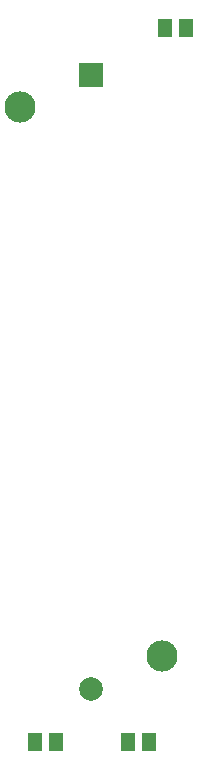
<source format=gbs>
%TF.GenerationSoftware,KiCad,Pcbnew,(6.0.1)*%
%TF.CreationDate,2022-06-17T15:58:34+01:00*%
%TF.ProjectId,luminaire,6c756d69-6e61-4697-9265-2e6b69636164,rev?*%
%TF.SameCoordinates,Original*%
%TF.FileFunction,Soldermask,Bot*%
%TF.FilePolarity,Negative*%
%FSLAX46Y46*%
G04 Gerber Fmt 4.6, Leading zero omitted, Abs format (unit mm)*
G04 Created by KiCad (PCBNEW (6.0.1)) date 2022-06-17 15:58:34*
%MOMM*%
%LPD*%
G01*
G04 APERTURE LIST*
%ADD10R,1.250000X1.600000*%
%ADD11C,2.640000*%
%ADD12R,2.000000X2.000000*%
%ADD13C,2.000000*%
G04 APERTURE END LIST*
D10*
%TO.C,D6*%
X156240000Y-50500000D03*
X158000000Y-50500000D03*
%TD*%
%TO.C,D10*%
X153120000Y-111000000D03*
X154880000Y-111000000D03*
%TD*%
%TO.C,D8*%
X145240000Y-111000000D03*
X147000000Y-111000000D03*
%TD*%
D11*
%TO.C,BT1*%
X155995000Y-103730000D03*
X144005000Y-57250000D03*
D12*
X150000000Y-54500000D03*
D13*
X150000000Y-106490000D03*
%TD*%
M02*

</source>
